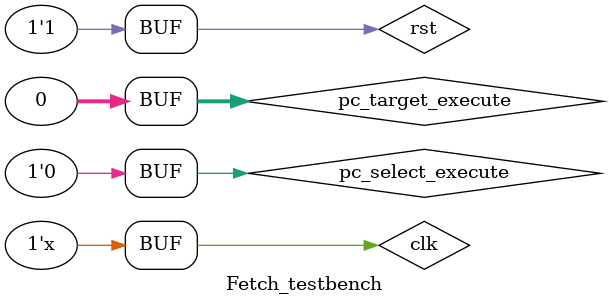
<source format=v>

`timescale 1ns / 1ps

module Fetch_testbench();

    reg clk, rst, pc_select_execute;
    reg [31:0] pc_target_execute;
    wire [31:0] instruction_fetch, pc_fetch, next_pc_fetch;

    // Instantiate Fetch module
    Fetch fetch_inst(
        .clk(clk),
        .rst(rst),
        .pc_select_execute(pc_select_execute),
        .pc_target_execute(pc_target_execute),
        .instruction_fetch(instruction_fetch),
        .pc_fetch(pc_fetch),
        .next_pc_fetch(next_pc_fetch)
    );

    initial begin
        clk = 1'b0; // Initialize clock to 0
    end

    // Clock generation
    always #5 clk = ~clk;

    // Reset and initial stimulus
    initial begin
        $dumpfile("dump.vcd");
        $dumpvars(0);

        rst <= 1'b0;
        pc_select_execute <= 1'b0;
        pc_target_execute <= 32'h00000000;

        #100;
        rst <= 1'b1;
        #100;
        rst <= 1'b0;
        #100;
        rst <= 1'b1;
        #100;
    end

endmodule

</source>
